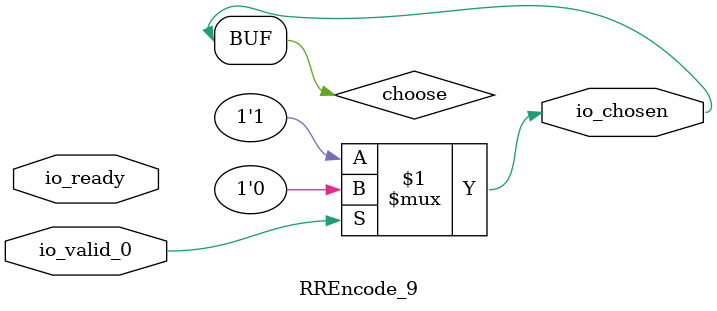
<source format=v>
module RREncode_9(
    input  io_valid_0,
    output io_chosen,
    input  io_ready);
  wire choose;
  assign io_chosen = choose;
  assign choose = io_valid_0 ? 1'h0 : 1'h1;
endmodule
</source>
